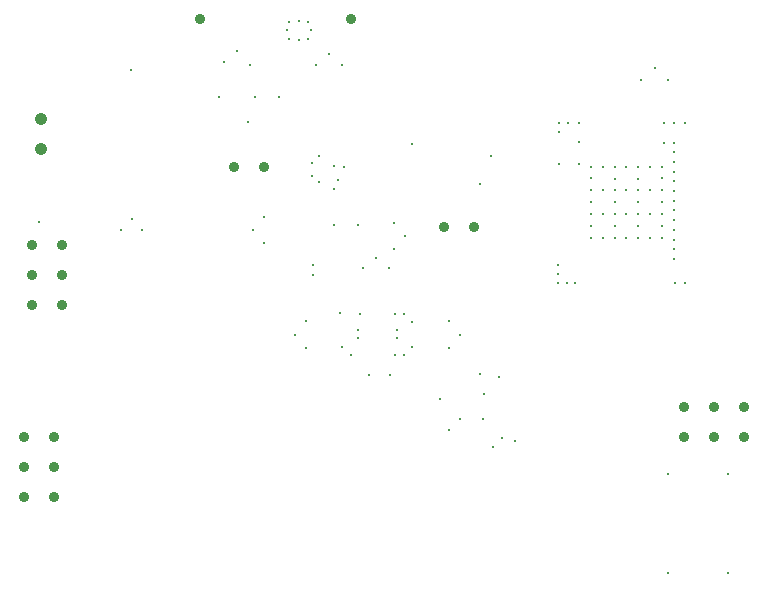
<source format=gbr>
%TF.GenerationSoftware,Altium Limited,Altium Designer,20.1.8 (145)*%
G04 Layer_Color=0*
%FSLAX45Y45*%
%MOMM*%
%TF.SameCoordinates,F34F671C-B0F6-4AC1-94B4-1D61ADA518EE*%
%TF.FilePolarity,Positive*%
%TF.FileFunction,Plated,1,4,PTH,Drill*%
%TF.Part,Single*%
G01*
G75*
%TA.AperFunction,ComponentDrill*%
%ADD82C,1.05000*%
%ADD83C,0.90000*%
%ADD84C,0.90000*%
%TA.AperFunction,ViaDrill,NotFilled*%
%ADD85C,0.30000*%
D82*
X400000Y4727000D02*
D03*
Y4473000D02*
D03*
D83*
X3030000Y5570000D02*
D03*
X1750000D02*
D03*
X6096000Y2286000D02*
D03*
X6350000D02*
D03*
X508000Y1778000D02*
D03*
X6096000Y2032000D02*
D03*
X254000Y1524000D02*
D03*
Y1778000D02*
D03*
X6350000Y2032000D02*
D03*
X508000Y1524000D02*
D03*
X577801Y3658025D02*
D03*
Y3404025D02*
D03*
Y3150025D02*
D03*
X323801D02*
D03*
Y3404025D02*
D03*
Y3658025D02*
D03*
D84*
X3810000Y3810000D02*
D03*
X4064000D02*
D03*
X2032000Y4318000D02*
D03*
X508000Y2032000D02*
D03*
X254000D02*
D03*
X5842000Y2286000D02*
D03*
Y2032000D02*
D03*
X2286000Y4318000D02*
D03*
D85*
X3388420Y3845091D02*
D03*
X3480019Y3733172D02*
D03*
X3388420Y3621253D02*
D03*
X2293572Y3674634D02*
D03*
X2199433Y3786553D02*
D03*
X2293571Y3895933D02*
D03*
X4278754Y2537003D02*
D03*
X4117340Y2569005D02*
D03*
X2703583Y3401400D02*
D03*
Y3491400D02*
D03*
X3852331Y2096425D02*
D03*
X3777200Y2352905D02*
D03*
X3951026Y2181470D02*
D03*
X2917820Y4206880D02*
D03*
X2693442Y4244647D02*
D03*
X3540019Y4514250D02*
D03*
X4122227Y4178297D02*
D03*
X2149927Y4701937D02*
D03*
X4207960Y4412980D02*
D03*
X4145924Y2181470D02*
D03*
X4155440Y2400286D02*
D03*
X4307598Y2022846D02*
D03*
X4414162Y1999529D02*
D03*
X4226560Y1947240D02*
D03*
X3175000Y2556863D02*
D03*
X2552473Y2899861D02*
D03*
X2953760Y2795000D02*
D03*
X2929813Y3086231D02*
D03*
X2885505Y3829453D02*
D03*
X3086430Y2869160D02*
D03*
Y2940280D02*
D03*
X3086100Y3829453D02*
D03*
X3357480Y2556863D02*
D03*
X3400000Y2724760D02*
D03*
X3413570Y2869160D02*
D03*
Y2940280D02*
D03*
X3543917Y2795000D02*
D03*
X3949780Y2900000D02*
D03*
X3128090Y3461057D02*
D03*
X3100000Y3071254D02*
D03*
X3400000D02*
D03*
X3351590Y3461057D02*
D03*
X3543917Y3005000D02*
D03*
X2643551Y2786750D02*
D03*
X3025000Y2724760D02*
D03*
X3474000D02*
D03*
X3858320Y2786005D02*
D03*
X3239840Y3552520D02*
D03*
X2643551Y3013250D02*
D03*
X3475000Y3071254D02*
D03*
X3858320Y3011500D02*
D03*
X2698977Y4356126D02*
D03*
X2879191Y4324435D02*
D03*
X5710581Y880000D02*
D03*
X2756982Y4189862D02*
D03*
X2879191Y4132172D02*
D03*
X2758391Y4414589D02*
D03*
X2963540Y4321180D02*
D03*
X383884Y3851942D02*
D03*
X1165948Y5139237D02*
D03*
X5484271Y5058983D02*
D03*
X5598000Y5153983D02*
D03*
X5711729Y5058983D02*
D03*
X6215380Y880000D02*
D03*
Y1720000D02*
D03*
X2953379Y5184477D02*
D03*
X2583574Y5552156D02*
D03*
Y5397844D02*
D03*
X2503279Y5549616D02*
D03*
X2480418Y5474999D02*
D03*
X2686729D02*
D03*
X2663869Y5549616D02*
D03*
X2503280Y5400384D02*
D03*
X2663869D02*
D03*
X2841629Y5275940D02*
D03*
X2728379Y5184477D02*
D03*
X2416308Y4914237D02*
D03*
X1259999Y3788026D02*
D03*
X1170940Y3876936D02*
D03*
X1081881Y3788026D02*
D03*
X2171933Y5184478D02*
D03*
X1946933Y5209878D02*
D03*
X2060183Y5301341D02*
D03*
X2213173Y4914237D02*
D03*
X1907250Y4914237D02*
D03*
X4952920Y4340600D02*
D03*
X5710581Y1720000D02*
D03*
X4776475Y3488366D02*
D03*
Y3413750D02*
D03*
X4783184Y4694668D02*
D03*
Y4615600D02*
D03*
X4958000Y4694668D02*
D03*
X5758000Y3704833D02*
D03*
Y3622716D02*
D03*
Y3869066D02*
D03*
Y3786950D02*
D03*
Y4115416D02*
D03*
Y4033300D02*
D03*
Y4279650D02*
D03*
Y4197533D02*
D03*
Y4443883D02*
D03*
X5853000Y4694668D02*
D03*
X5758000D02*
D03*
X4776475Y3339135D02*
D03*
X4783080Y4340600D02*
D03*
X4924980Y3339135D02*
D03*
X4958000Y4531612D02*
D03*
X5158213Y3718380D02*
D03*
X5160500Y3922971D02*
D03*
Y4120471D02*
D03*
X5158213Y4322820D02*
D03*
X5357999Y3718380D02*
D03*
X5358000Y3922971D02*
D03*
Y4120471D02*
D03*
X5357999Y4322820D02*
D03*
X5557786Y3718380D02*
D03*
X5556276Y3922971D02*
D03*
Y4120471D02*
D03*
X5557786Y4322820D02*
D03*
X5853000Y3339578D02*
D03*
X5766979Y3339578D02*
D03*
X5758000Y3540600D02*
D03*
Y3951183D02*
D03*
Y4361766D02*
D03*
Y4526000D02*
D03*
X4863000Y4694668D02*
D03*
X5058320Y3819119D02*
D03*
X5259196Y3823100D02*
D03*
X5456696D02*
D03*
X5657680Y3819120D02*
D03*
X5058320Y4020599D02*
D03*
X5259196Y4020600D02*
D03*
X5457893D02*
D03*
X5657680Y4020600D02*
D03*
X5058320Y4222078D02*
D03*
X5259196Y4218100D02*
D03*
X5456696D02*
D03*
X5657680Y4222079D02*
D03*
X5678000Y4694668D02*
D03*
X4850728Y3339135D02*
D03*
X5058320Y3718380D02*
D03*
X5258106D02*
D03*
X5457893D02*
D03*
X5657679D02*
D03*
X5058320Y3919859D02*
D03*
X5259196Y3922971D02*
D03*
X5456696D02*
D03*
X5657680Y3919860D02*
D03*
X5058320Y4121338D02*
D03*
X5259196Y4120471D02*
D03*
X5456696D02*
D03*
X5657680Y4121339D02*
D03*
X5058320Y4322818D02*
D03*
X5258106Y4322820D02*
D03*
X5457893D02*
D03*
X5657679Y4322819D02*
D03*
X5678000Y4526000D02*
D03*
%TF.MD5,b0531ff98d5ffa64cdb9480da5797f92*%
M02*

</source>
